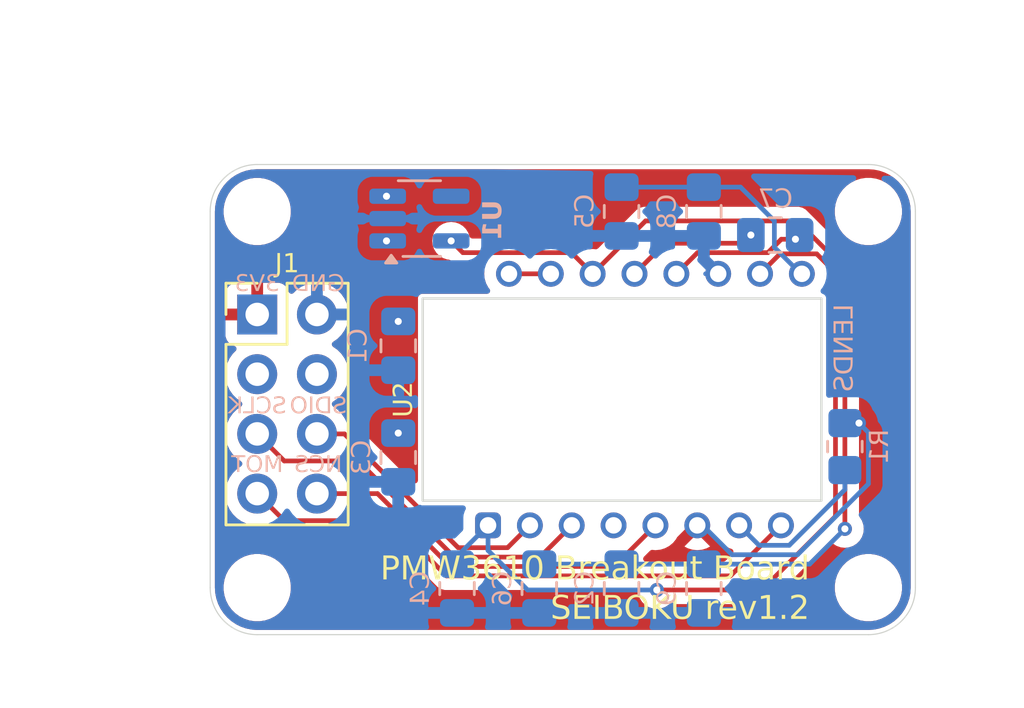
<source format=kicad_pcb>
(kicad_pcb (version 20240108) (generator "pcbnew") (generator_version "8.0")
  (title_block (title "PMW3610-SUDU Breakout") (date "2025-01-27") (rev "1.2") (company "bulblub"))
  (layers (0 "F.Cu" signal) (31 "B.Cu" signal) (34 "B.Paste" user) (35 "F.Paste" user) (36 "B.SilkS" user "B.Silkscreen") (37 "F.SilkS" user "F.Silkscreen") (38 "B.Mask" user) (39 "F.Mask" user) (44 "Edge.Cuts" user))
  (net 0 "")
  (net 1 "GND")
  (net 2 "Net-(U2-+VCSEL)")
  (net 3 "+1V9")
  (net 4 "+3V3")
  (net 5 "MOT")
  (net 6 "NCS")
  (net 7 "SCLK")
  (net 8 "Net-(U2-VCP)")
  (net 10 "Net-(U2-CP)")
  (net 11 "Net-(U2-CN)")
  (net 12 "Net-(U2-NRESET)")
  (net 14 "SDIO")
  (net 15 "Net-(U2--VCSEL)")
  (footprint "MountingHole:MountingHole_2.2mm_M2_DIN965" (layer "F.Cu") (at 160.69 88.5)
    (property "Reference" "H2" (hide yes))
    (property "Value" "MountingHole")
    (pad "" np_thru_hole circle (at 0 0) (size 2.2 2.2) (drill 2.2) (layers "*.Cu" "*.Mask"))
  )
  (footprint "seiboku-footprints:PMW3610DM-SUDU" (layer "F.Cu") (at 144.51 101.85 180)
    (property "Reference" "U2" (at 3.57 5.35 90) (layer "F.SilkS") (effects (font (size 0.8 0.8))))
    (property "Value" "PMW3610DM-SUDU")
    (fp_rect (start -14.18 1.05) (end 2.78 9.65) (stroke (width 0.1)) (fill none) (layer "Edge.Cuts"))
    (pad "1" thru_hole roundrect (at 0 0) (size 1.1 1.1) (drill 0.7) (layers "*.Cu" "*.Mask") (roundrect_rratio 0.2272727273) (net 2 "Net-(U2-+VCSEL)"))
    (pad "2" thru_hole circle (at -1.78 0) (size 1.1 1.1) (drill 0.7) (layers "*.Cu" "*.Mask") (net 14 "SDIO"))
    (pad "3" thru_hole circle (at -3.56 0) (size 1.1 1.1) (drill 0.7) (layers "*.Cu" "*.Mask") (net 7 "SCLK"))
    (pad "4" thru_hole circle (at -5.34 0) (size 1.1 1.1) (drill 0.7) (layers "*.Cu" "*.Mask"))
    (pad "5" thru_hole circle (at -7.12 0) (size 1.1 1.1) (drill 0.7) (layers "*.Cu" "*.Mask") (net 6 "NCS"))
    (pad "6" thru_hole circle (at -8.9 0) (size 1.1 1.1) (drill 0.7) (layers "*.Cu" "*.Mask") (net 4 "+3V3"))
    (pad "7" thru_hole circle (at -10.68 0) (size 1.1 1.1) (drill 0.7) (layers "*.Cu" "*.Mask") (net 12 "Net-(U2-NRESET)"))
    (pad "8" thru_hole circle (at -12.46 0) (size 1.1 1.1) (drill 0.7) (layers "*.Cu" "*.Mask") (net 5 "MOT"))
    (pad "9" thru_hole circle (at -13.35 10.7) (size 1.1 1.1) (drill 0.7) (layers "*.Cu" "*.Mask") (net 8 "Net-(U2-VCP)"))
    (pad "10" thru_hole circle (at -11.57 10.7) (size 1.1 1.1) (drill 0.7) (layers "*.Cu" "*.Mask") (net 2 "Net-(U2-+VCSEL)"))
    (pad "11" thru_hole circle (at -9.79 10.7) (size 1.1 1.1) (drill 0.7) (layers "*.Cu" "*.Mask") (net 1 "GND"))
    (pad "12" thru_hole circle (at -8.01 10.7) (size 1.1 1.1) (drill 0.7) (layers "*.Cu" "*.Mask") (net 10 "Net-(U2-CP)"))
    (pad "13" thru_hole circle (at -6.23 10.7) (size 1.1 1.1) (drill 0.7) (layers "*.Cu" "*.Mask") (net 11 "Net-(U2-CN)"))
    (pad "14" thru_hole circle (at -4.45 10.7) (size 1.1 1.1) (drill 0.7) (layers "*.Cu" "*.Mask") (net 3 "+1V9"))
    (pad "15" thru_hole circle (at -2.67 10.7) (size 1.1 1.1) (drill 0.7) (layers "*.Cu" "*.Mask") (net 15 "Net-(U2--VCSEL)"))
    (pad "16" thru_hole circle (at -0.89 10.7) (size 1.1 1.1) (drill 0.7) (layers "*.Cu" "*.Mask") (net 15 "Net-(U2--VCSEL)"))
  )
  (footprint "MountingHole:MountingHole_2.2mm_M2_DIN965" (layer "F.Cu") (at 160.69 104.5)
    (property "Reference" "H4" (hide yes))
    (property "Value" "MountingHole")
    (pad "" np_thru_hole circle (at 0 0) (size 2.2 2.2) (drill 2.2) (layers "*.Cu" "*.Mask"))
  )
  (footprint "MountingHole:MountingHole_2.2mm_M2_DIN965" (layer "F.Cu") (at 134.69 88.5)
    (property "Reference" "H1" (hide yes))
    (property "Value" "MountingHole")
    (pad "" np_thru_hole circle (at 0 0) (size 2.2 2.2) (drill 2.2) (layers "*.Cu" "*.Mask"))
  )
  (footprint "MountingHole:MountingHole_2.2mm_M2_DIN965" (layer "F.Cu") (at 134.69 104.5)
    (property "Reference" "H3" (hide yes))
    (property "Value" "MountingHole")
    (pad "" np_thru_hole circle (at 0 0) (size 2.2 2.2) (drill 2.2) (layers "*.Cu" "*.Mask"))
  )
  (footprint "Connector_PinHeader_2.54mm:PinHeader_2x04_P2.54mm_Vertical" (layer "F.Cu") (at 134.69 92.88)
    (property "Reference" "J1" (at 1.27 -2.13 0) (layer "F.SilkS") (effects (font (size 0.8 0.8))))
    (property "Value" "Conn_02x04_Odd_Even")
    (fp_line (start -1.33 -1.33) (end 0 -1.33) (stroke (width 0.12)) (layer "F.SilkS"))
    (fp_line (start -1.33 0) (end -1.33 -1.33) (stroke (width 0.12)) (layer "F.SilkS"))
    (fp_line (start -1.33 1.27) (end -1.33 8.95) (stroke (width 0.12)) (layer "F.SilkS"))
    (fp_line (start -1.33 1.27) (end 1.27 1.27) (stroke (width 0.12)) (layer "F.SilkS"))
    (fp_line (start -1.33 8.95) (end 3.87 8.95) (stroke (width 0.12)) (layer "F.SilkS"))
    (fp_line (start 1.27 -1.33) (end 3.87 -1.33) (stroke (width 0.12)) (layer "F.SilkS"))
    (fp_line (start 1.27 1.27) (end 1.27 -1.33) (stroke (width 0.12)) (layer "F.SilkS"))
    (fp_line (start 3.87 -1.33) (end 3.87 8.95) (stroke (width 0.12)) (layer "F.SilkS"))
    (pad "1" thru_hole rect (at 0 0) (size 1.7 1.7) (drill 1) (layers "*.Cu" "*.Mask") (net 4 "+3V3"))
    (pad "2" thru_hole oval (at 2.54 0) (size 1.7 1.7) (drill 1) (layers "*.Cu" "*.Mask") (net 1 "GND"))
    (pad "3" thru_hole oval (at 0 2.54) (size 1.7 1.7) (drill 1) (layers "*.Cu" "*.Mask"))
    (pad "4" thru_hole oval (at 2.54 2.54) (size 1.7 1.7) (drill 1) (layers "*.Cu" "*.Mask"))
    (pad "5" thru_hole oval (at 0 5.08) (size 1.7 1.7) (drill 1) (layers "*.Cu" "*.Mask") (net 7 "SCLK"))
    (pad "6" thru_hole oval (at 2.54 5.08) (size 1.7 1.7) (drill 1) (layers "*.Cu" "*.Mask") (net 14 "SDIO"))
    (pad "7" thru_hole oval (at 0 7.62) (size 1.7 1.7) (drill 1) (layers "*.Cu" "*.Mask") (net 5 "MOT"))
    (pad "8" thru_hole oval (at 2.54 7.62) (size 1.7 1.7) (drill 1) (layers "*.Cu" "*.Mask") (net 6 "NCS"))
  )
  (footprint "Package_TO_SOT_SMD:SOT-23-5_HandSoldering" (layer "B.Cu") (at 141.59 88.8)
    (property "Reference" "U1" (at 3.15 0.05 90) (layer "B.SilkS") (effects (font (size 0.8 0.8) (thickness 0.15) (bold yes)) (justify mirror)))
    (property "Value" "TLV70019DDCR")
    (fp_line (start -0.7 1.61) (end 0.1 1.61) (stroke (width 0.12)) (layer "B.SilkS"))
    (fp_line (start 0.9 -1.61) (end -0.9 -1.61) (stroke (width 0.12)) (layer "B.SilkS"))
    (fp_line (start 0.9 1.61) (end 0.1 1.61) (stroke (width 0.12)) (layer "B.SilkS"))
    (fp_poly (pts (xy -1.2 1.56) (xy -1.44 1.89) (xy -0.96 1.89) (xy -1.2 1.56)) (stroke (width 0.12)) (fill solid) (layer "B.SilkS"))
    (pad "1" smd roundrect (at -1.35 0.95) (size 1.56 0.65) (layers "B.Cu" "B.Paste" "B.Mask") (net 4 "+3V3"))
    (pad "2" smd roundrect (at -1.35 0) (size 1.56 0.65) (layers "B.Cu" "B.Paste" "B.Mask") (net 1 "GND"))
    (pad "3" smd roundrect (at -1.35 -0.95) (size 1.56 0.65) (layers "B.Cu" "B.Paste" "B.Mask") (net 4 "+3V3"))
    (pad "4" smd roundrect (at 1.35 -0.95) (size 1.56 0.65) (layers "B.Cu" "B.Paste" "B.Mask"))
    (pad "5" smd roundrect (at 1.35 0.95) (size 1.56 0.65) (layers "B.Cu" "B.Paste" "B.Mask") (net 3 "+1V9"))
  )
  (footprint "Capacitor_SMD:C_0805_2012Metric_Pad1.18x1.45mm_HandSolder" (layer "B.Cu") (at 140.69 98.9625 -90)
    (property "Reference" "C3" (at 0 1.53 90) (layer "B.SilkS") (effects (font (size 0.8 0.8)) (justify mirror)))
    (property "Value" "0.1uF X7R")
    (fp_line (start 0.261252 0.735) (end -0.261252 0.735) (stroke (width 0.12)) (layer "B.SilkS"))
    (fp_line (start 0.261252 -0.735) (end -0.261252 -0.735) (stroke (width 0.12)) (layer "B.SilkS"))
    (pad "1" smd roundrect (at -1.0375 0 270) (size 1.175 1.45) (layers "B.Cu" "B.Paste" "B.Mask") (roundrect_rratio 0.212766) (net 4 "+3V3"))
    (pad "2" smd roundrect (at 1.0375 0 270) (size 1.175 1.45) (layers "B.Cu" "B.Paste" "B.Mask") (roundrect_rratio 0.212766) (net 1 "GND"))
  )
  (footprint "Capacitor_SMD:C_0805_2012Metric_Pad1.18x1.45mm_HandSolder" (layer "B.Cu") (at 153.69 88.5 -90)
    (property "Reference" "C8" (at 0 1.53 90) (layer "B.SilkS") (effects (font (size 0.8 0.8)) (justify mirror)))
    (property "Value" "0.01uF X7R")
    (fp_line (start 0.261252 0.735) (end -0.261252 0.735) (stroke (width 0.12)) (layer "B.SilkS"))
    (fp_line (start 0.261252 -0.735) (end -0.261252 -0.735) (stroke (width 0.12)) (layer "B.SilkS"))
    (pad "1" smd roundrect (at -1.0375 0 270) (size 1.175 1.45) (layers "B.Cu" "B.Paste" "B.Mask") (roundrect_rratio 0.212766) (net 8 "Net-(U2-VCP)"))
    (pad "2" smd roundrect (at 1.0375 0 270) (size 1.175 1.45) (layers "B.Cu" "B.Paste" "B.Mask") (roundrect_rratio 0.212766) (net 1 "GND"))
  )
  (footprint "Capacitor_SMD:C_0805_2012Metric_Pad1.18x1.45mm_HandSolder" (layer "B.Cu") (at 146.69 104.5375 -90)
    (property "Reference" "C6" (at 0 1.53 90) (layer "B.SilkS") (effects (font (size 0.8 0.8)) (justify mirror)))
    (property "Value" "0.1uF X7R")
    (fp_line (start 0.261252 0.735) (end -0.261252 0.735) (stroke (width 0.12)) (layer "B.SilkS"))
    (fp_line (start 0.261252 -0.735) (end -0.261252 -0.735) (stroke (width 0.12)) (layer "B.SilkS"))
    (pad "1" smd roundrect (at -1.0375 0 270) (size 1.175 1.45) (layers "B.Cu" "B.Paste" "B.Mask") (roundrect_rratio 0.212766) (net 3 "+1V9"))
    (pad "2" smd roundrect (at 1.0375 0 270) (size 1.175 1.45) (layers "B.Cu" "B.Paste" "B.Mask") (roundrect_rratio 0.212766) (net 1 "GND"))
  )
  (footprint "Capacitor_SMD:C_0805_2012Metric_Pad1.18x1.45mm_HandSolder" (layer "B.Cu") (at 150.19 88.5 -90)
    (property "Reference" "C5" (at 0 1.53 90) (layer "B.SilkS") (effects (font (size 0.8 0.8)) (justify mirror)))
    (property "Value" "10uF X7R")
    (fp_line (start 0.261252 0.735) (end -0.261252 0.735) (stroke (width 0.12)) (layer "B.SilkS"))
    (fp_line (start 0.261252 -0.735) (end -0.261252 -0.735) (stroke (width 0.12)) (layer "B.SilkS"))
    (pad "1" smd roundrect (at -1.0375 0 270) (size 1.175 1.45) (layers "B.Cu" "B.Paste" "B.Mask") (roundrect_rratio 0.212766) (net 8 "Net-(U2-VCP)"))
    (pad "2" smd roundrect (at 1.0375 0 270) (size 1.175 1.45) (layers "B.Cu" "B.Paste" "B.Mask") (roundrect_rratio 0.212766) (net 1 "GND"))
  )
  (footprint "Capacitor_SMD:C_0805_2012Metric_Pad1.18x1.45mm_HandSolder" (layer "B.Cu") (at 156.7275 89.5)
    (property "Reference" "C7" (at 0 -1.5 0) (layer "B.SilkS") (effects (font (size 0.8 0.8)) (justify mirror)))
    (property "Value" "0.1uF X7R")
    (fp_line (start 0.261252 -0.735) (end -0.261252 -0.735) (stroke (width 0.12)) (layer "B.SilkS"))
    (fp_line (start 0.261252 0.735) (end -0.261252 0.735) (stroke (width 0.12)) (layer "B.SilkS"))
    (pad "1" smd roundrect (at -1.0375 0) (size 1.175 1.45) (layers "B.Cu" "B.Paste" "B.Mask") (roundrect_rratio 0.212766) (net 11 "Net-(U2-CN)"))
    (pad "2" smd roundrect (at 1.0375 0) (size 1.175 1.45) (layers "B.Cu" "B.Paste" "B.Mask") (roundrect_rratio 0.212766) (net 10 "Net-(U2-CP)"))
  )
  (footprint "Capacitor_SMD:C_0805_2012Metric_Pad1.18x1.45mm_HandSolder" (layer "B.Cu") (at 150.19 104.5375 -90)
    (property "Reference" "C2" (at 0 1.53 90) (layer "B.SilkS") (effects (font (size 0.8 0.8)) (justify mirror)))
    (property "Value" "1uF")
    (fp_line (start 0.261252 0.735) (end -0.261252 0.735) (stroke (width 0.12)) (layer "B.SilkS"))
    (fp_line (start 0.261252 -0.735) (end -0.261252 -0.735) (stroke (width 0.12)) (layer "B.SilkS"))
    (pad "1" smd roundrect (at -1.0375 0 270) (size 1.175 1.45) (layers "B.Cu" "B.Paste" "B.Mask") (roundrect_rratio 0.212766) (net 3 "+1V9"))
    (pad "2" smd roundrect (at 1.0375 0 270) (size 1.175 1.45) (layers "B.Cu" "B.Paste" "B.Mask") (roundrect_rratio 0.212766) (net 1 "GND"))
  )
  (footprint "Capacitor_SMD:C_0805_2012Metric_Pad1.18x1.45mm_HandSolder" (layer "B.Cu") (at 153.69 104.5375 -90)
    (property "Reference" "C9" (at 0 1.53 90) (layer "B.SilkS") (effects (font (size 0.8 0.8)) (justify mirror)))
    (property "Value" "3.3uF/16V")
    (fp_line (start 0.261252 0.735) (end -0.261252 0.735) (stroke (width 0.12)) (layer "B.SilkS"))
    (fp_line (start 0.261252 -0.735) (end -0.261252 -0.735) (stroke (width 0.12)) (layer "B.SilkS"))
    (pad "1" smd roundrect (at -1.0375 0 270) (size 1.175 1.45) (layers "B.Cu" "B.Paste" "B.Mask") (roundrect_rratio 0.212766) (net 3 "+1V9"))
    (pad "2" smd roundrect (at 1.0375 0 270) (size 1.175 1.45) (layers "B.Cu" "B.Paste" "B.Mask") (roundrect_rratio 0.212766) (net 1 "GND"))
  )
  (footprint "Capacitor_SMD:C_0805_2012Metric_Pad1.18x1.45mm_HandSolder" (layer "B.Cu") (at 143.19 104.5375 -90)
    (property "Reference" "C4" (at 0 1.53 90) (layer "B.SilkS") (effects (font (size 0.8 0.8)) (justify mirror)))
    (property "Value" "0.01uF X7R")
    (fp_line (start 0.261252 0.735) (end -0.261252 0.735) (stroke (width 0.12)) (layer "B.SilkS"))
    (fp_line (start 0.261252 -0.735) (end -0.261252 -0.735) (stroke (width 0.12)) (layer "B.SilkS"))
    (pad "1" smd roundrect (at -1.0375 0 270) (size 1.175 1.45) (layers "B.Cu" "B.Paste" "B.Mask") (roundrect_rratio 0.212766) (net 2 "Net-(U2-+VCSEL)"))
    (pad "2" smd roundrect (at 1.0375 0 270) (size 1.175 1.45) (layers "B.Cu" "B.Paste" "B.Mask") (roundrect_rratio 0.212766) (net 1 "GND"))
  )
  (footprint "Capacitor_SMD:C_0805_2012Metric_Pad1.18x1.45mm_HandSolder" (layer "B.Cu") (at 140.69 94.2125 -90)
    (property "Reference" "C1" (at 0 1.68 90) (layer "B.SilkS") (effects (font (size 0.8 0.8)) (justify mirror)))
    (property "Value" "0.1uF X7R")
    (fp_line (start 0.261252 0.735) (end -0.261252 0.735) (stroke (width 0.12)) (layer "B.SilkS"))
    (fp_line (start 0.261252 -0.735) (end -0.261252 -0.735) (stroke (width 0.12)) (layer "B.SilkS"))
    (pad "1" smd roundrect (at -1.0375 0 270) (size 1.175 1.45) (layers "B.Cu" "B.Paste" "B.Mask") (roundrect_rratio 0.212766) (net 4 "+3V3"))
    (pad "2" smd roundrect (at 1.0375 0 270) (size 1.175 1.45) (layers "B.Cu" "B.Paste" "B.Mask") (roundrect_rratio 0.212766) (net 1 "GND"))
  )
  (footprint "Resistor_SMD:R_0805_2012Metric_Pad1.20x1.40mm_HandSolder" (layer "B.Cu") (at 159.69 98.5 90)
    (property "Reference" "R1" (at 0 1.5 90) (layer "B.SilkS") (effects (font (size 0.8 0.8)) (justify mirror)))
    (property "Value" "10k")
    (fp_line (start 0.227064 -0.735) (end -0.227064 -0.735) (stroke (width 0.12)) (layer "B.SilkS"))
    (fp_line (start 0.227064 0.735) (end -0.227064 0.735) (stroke (width 0.12)) (layer "B.SilkS"))
    (pad "1" smd roundrect (at -1 0 90) (size 1.2 1.4) (layers "B.Cu" "B.Paste" "B.Mask") (roundrect_rratio 0.208333) (net 12 "Net-(U2-NRESET)"))
    (pad "2" smd roundrect (at 1 0 90) (size 1.2 1.4) (layers "B.Cu" "B.Paste" "B.Mask") (roundrect_rratio 0.208333) (net 4 "+3V3"))
  )
  (gr_line (start 132.69 104.5) (end 132.69 88.5) (stroke (width 0.05)) (layer "Edge.Cuts"))
  (gr_arc (start 162.69 104.5) (mid 162.104214 105.914214) (end 160.69 106.5) (stroke (width 0.05)) (layer "Edge.Cuts"))
  (gr_line (start 162.69 88.5) (end 162.69 104.5) (stroke (width 0.05)) (layer "Edge.Cuts"))
  (gr_line (start 134.69 86.5) (end 160.69 86.5) (stroke (width 0.05)) (layer "Edge.Cuts"))
  (gr_arc (start 132.69 88.5) (mid 133.275786 87.085786) (end 134.69 86.5) (stroke (width 0.05)) (layer "Edge.Cuts"))
  (gr_arc (start 134.69 106.5) (mid 133.275786 105.914214) (end 132.69 104.5) (stroke (width 0.05)) (layer "Edge.Cuts"))
  (gr_arc (start 160.69 86.5) (mid 162.104214 87.085786) (end 162.69 88.5) (stroke (width 0.05)) (layer "Edge.Cuts"))
  (gr_line (start 160.69 106.5) (end 134.69 106.5) (stroke (width 0.05)) (layer "Edge.Cuts"))
  (gr_text "GND" (at 137.29 92 0) (layer "B.SilkS") (effects (font (size 0.7 0.7) (thickness 0.1)) (justify bottom mirror)))
  (gr_text "MOT" (at 134.69 99.7 0) (layer "B.SilkS") (effects (font (size 0.7 0.7) (thickness 0.1)) (justify bottom mirror)))
  (gr_text "SCLK" (at 134.69 97.2 0) (layer "B.SilkS") (effects (font (size 0.7 0.7) (thickness 0.1)) (justify bottom mirror)))
  (gr_text "3V3" (at 134.69 92 0) (layer "B.SilkS") (effects (font (size 0.7 0.7) (thickness 0.1)) (justify bottom mirror)))
  (gr_text "SDIO" (at 137.29 97.2 0) (layer "B.SilkS") (effects (font (size 0.7 0.7) (thickness 0.1)) (justify bottom mirror)))
  (gr_text "NCS" (at 137.29 99.7 0) (layer "B.SilkS") (effects (font (size 0.7 0.7) (thickness 0.1)) (justify bottom mirror)))
  (gr_text "LENDS" (at 159.69 94.3 90) (layer "B.SilkS") (effects (font (size 0.8 0.8)) (justify mirror)))
  (gr_text "PMW3610 Breakout Board\nSEIBOKU rev1.2" (at 158.19 106 0) (layer "F.SilkS") (effects (font (size 1 1) (thickness 0.1)) (justify right bottom)))
  (segment (start 153.69 89.5375) (end 153.69 90.54) (width 0.2) (layer "B.Cu") (net 1))
  (segment (start 153.69 105.575) (end 143.19 105.575) (width 0.2) (layer "B.Cu") (net 1))
  (segment (start 154.3 91.15) (end 153.765 91.15) (width 0.2) (layer "B.Cu") (net 1))
  (segment (start 153.69 90.54) (end 154.3 91.15) (width 0.2) (layer "B.Cu") (net 1))
  (segment (start 150.19 89.5375) (end 153.69 89.5375) (width 0.2) (layer "B.Cu") (net 1))
  (segment (start 156.93 90.3) (end 156.08 91.15) (width 0.2) (layer "F.Cu") (net 2))
  (segment (start 151.69 104.6) (end 156.155686 104.6) (width 0.2) (layer "F.Cu") (net 2))
  (segment (start 159.29 101.465686) (end 159.29 91.1) (width 0.2) (layer "F.Cu") (net 2))
  (segment (start 159.29 91.1) (end 158.49 90.3) (width 0.2) (layer "F.Cu") (net 2))
  (segment (start 158.49 90.3) (end 156.93 90.3) (width 0.2) (layer "F.Cu") (net 2))
  (segment (start 156.155686 104.6) (end 159.29 101.465686) (width 0.2) (layer "F.Cu") (net 2))
  (via (at 151.69 104.6) (size 0.6) (drill 0.3) (layers "F.Cu" "B.Cu") (net 2))
  (segment (start 143.19 103.17) (end 144.51 101.85) (width 0.2) (layer "B.Cu") (net 2))
  (segment (start 143.19 103.5) (end 143.19 103.17) (width 0.2) (layer "B.Cu") (net 2))
  (segment (start 144.51 101.85) (end 144.51 102.917244) (width 0.2) (layer "B.Cu") (net 2))
  (segment (start 146.192756 104.6) (end 151.69 104.6) (width 0.2) (layer "B.Cu") (net 2))
  (segment (start 144.51 102.917244) (end 146.192756 104.6) (width 0.2) (layer "B.Cu") (net 2))
  (segment (start 157.655686 88.9) (end 151.21 88.9) (width 0.2) (layer "F.Cu") (net 3))
  (segment (start 151.21 88.9) (end 148.96 91.15) (width 0.2) (layer "F.Cu") (net 3))
  (segment (start 159.69 90.934314) (end 157.655686 88.9) (width 0.2) (layer "F.Cu") (net 3))
  (segment (start 142.94 89.75) (end 143.44 90.25) (width 0.2) (layer "F.Cu") (net 3))
  (segment (start 148.06 90.25) (end 148.96 91.15) (width 0.2) (layer "F.Cu") (net 3))
  (segment (start 143.44 90.25) (end 148.06 90.25) (width 0.2) (layer "F.Cu") (net 3))
  (segment (start 159.69 102) (end 159.69 90.934314) (width 0.2) (layer "F.Cu") (net 3))
  (via (at 142.94 89.75) (size 0.6) (drill 0.3) (layers "F.Cu" "B.Cu") (net 3))
  (via (at 159.69 102) (size 0.6) (drill 0.3) (layers "F.Cu" "B.Cu") (net 3))
  (segment (start 146.69 103.5) (end 153.69 103.5) (width 0.2) (layer "B.Cu") (net 3))
  (segment (start 159.69 102) (end 158.19 103.5) (width 0.2) (layer "B.Cu") (net 3))
  (segment (start 158.19 103.5) (end 153.69 103.5) (width 0.2) (layer "B.Cu") (net 3))
  (via (at 140.69 97.925) (size 0.6) (drill 0.3) (layers "F.Cu" "B.Cu") (net 4))
  (via (at 140.19 89.75) (size 0.6) (drill 0.3) (layers "F.Cu" "B.Cu") (net 4))
  (via (at 140.19 87.85) (size 0.6) (drill 0.3) (layers "F.Cu" "B.Cu") (net 4))
  (via (at 160.29 97.5) (size 0.6) (drill 0.3) (layers "F.Cu" "B.Cu") (net 4))
  (via (at 140.69 93.175) (size 0.6) (drill 0.3) (layers "F.Cu" "B.Cu") (net 4))
  (segment (start 160.29 97.5) (end 160.69 97.9) (width 0.2) (layer "B.Cu") (net 4))
  (segment (start 160.69 97.9) (end 160.69 100.084744) (width 0.2) (layer "B.Cu") (net 4))
  (segment (start 157.674744 103.1) (end 154.887244 103.1) (width 0.2) (layer "B.Cu") (net 4))
  (segment (start 154.887244 103.1) (end 153.637244 101.85) (width 0.2) (layer "B.Cu") (net 4))
  (segment (start 153.637244 101.85) (end 153.41 101.85) (width 0.2) (layer "B.Cu") (net 4))
  (segment (start 160.69 100.084744) (end 157.674744 103.1) (width 0.2) (layer "B.Cu") (net 4))
  (segment (start 154.82 104) (end 142.742942 104) (width 0.2) (layer "F.Cu") (net 5))
  (segment (start 156.97 101.85) (end 154.82 104) (width 0.2) (layer "F.Cu") (net 5))
  (segment (start 142.742942 104) (end 140.392942 101.65) (width 0.2) (layer "F.Cu") (net 5))
  (segment (start 135.84 101.65) (end 134.69 100.5) (width 0.2) (layer "F.Cu") (net 5))
  (segment (start 140.392942 101.65) (end 135.84 101.65) (width 0.2) (layer "F.Cu") (net 5))
  (segment (start 149.88 103.6) (end 151.63 101.85) (width 0.2) (layer "F.Cu") (net 6))
  (segment (start 137.23 100.5) (end 139.808628 100.5) (width 0.2) (layer "F.Cu") (net 6))
  (segment (start 139.808628 100.5) (end 142.908628 103.6) (width 0.2) (layer "F.Cu") (net 6))
  (segment (start 142.908628 103.6) (end 149.88 103.6) (width 0.2) (layer "F.Cu") (net 6))
  (segment (start 135.84 99.11) (end 134.69 97.96) (width 0.2) (layer "F.Cu") (net 7))
  (segment (start 138.984314 99.11) (end 135.84 99.11) (width 0.2) (layer "F.Cu") (net 7))
  (segment (start 143.074314 103.2) (end 138.984314 99.11) (width 0.2) (layer "F.Cu") (net 7))
  (segment (start 146.72 103.2) (end 143.074314 103.2) (width 0.2) (layer "F.Cu") (net 7))
  (segment (start 148.07 101.85) (end 146.72 103.2) (width 0.2) (layer "F.Cu") (net 7))
  (segment (start 153.69 87.4625) (end 155.249744 87.4625) (width 0.2) (layer "B.Cu") (net 8))
  (segment (start 155.249744 87.4625) (end 156.69 88.902756) (width 0.2) (layer "B.Cu") (net 8))
  (segment (start 156.69 90.022244) (end 157.817756 91.15) (width 0.2) (layer "B.Cu") (net 8))
  (segment (start 150.19 87.4625) (end 153.69 87.4625) (width 0.2) (layer "B.Cu") (net 8))
  (segment (start 156.69 88.902756) (end 156.69 90.022244) (width 0.2) (layer "B.Cu") (net 8))
  (segment (start 157.817756 91.15) (end 157.86 91.15) (width 0.2) (layer "B.Cu") (net 8))
  (segment (start 153.42 90.25) (end 156.414314 90.25) (width 0.2) (layer "F.Cu") (net 10))
  (segment (start 156.414314 90.25) (end 156.985392 89.678922) (width 0.2) (layer "F.Cu") (net 10))
  (segment (start 152.52 91.15) (end 153.42 90.25) (width 0.2) (layer "F.Cu") (net 10))
  (segment (start 156.985392 89.678922) (end 157.586078 89.678922) (width 0.2) (layer "F.Cu") (net 10))
  (via (at 157.586078 89.678922) (size 0.6) (drill 0.3) (layers "F.Cu" "B.Cu") (net 10))
  (segment (start 155.34 89.85) (end 155.69 89.5) (width 0.2) (layer "F.Cu") (net 11))
  (segment (start 152.04 89.85) (end 155.34 89.85) (width 0.2) (layer "F.Cu") (net 11))
  (segment (start 150.74 91.15) (end 152.04 89.85) (width 0.2) (layer "F.Cu") (net 11))
  (via (at 155.69 89.5) (size 0.6) (drill 0.3) (layers "F.Cu" "B.Cu") (net 11))
  (segment (start 159.69 99.5) (end 159.69 100.332082) (width 0.2) (layer "B.Cu") (net 12))
  (segment (start 157.322082 102.7) (end 156.04 102.7) (width 0.2) (layer "B.Cu") (net 12))
  (segment (start 156.04 102.7) (end 155.19 101.85) (width 0.2) (layer "B.Cu") (net 12))
  (segment (start 159.69 100.332082) (end 157.322082 102.7) (width 0.2) (layer "B.Cu") (net 12))
  (segment (start 145.34 102.8) (end 146.29 101.85) (width 0.2) (layer "F.Cu") (net 14))
  (segment (start 137.23 97.96) (end 138.4 97.96) (width 0.2) (layer "F.Cu") (net 14))
  (segment (start 138.4 97.96) (end 143.24 102.8) (width 0.2) (layer "F.Cu") (net 14))
  (segment (start 143.24 102.8) (end 145.34 102.8) (width 0.2) (layer "F.Cu") (net 14))
  (segment (start 145.4 91.15) (end 147.18 91.15) (width 0.2) (layer "F.Cu") (net 15))
  (zone (net 4) (net_name "+3V3") (layer "F.Cu") (priority 1) (connect_pads (clearance 0.5)) (min_thickness 0.25) (fill yes (thermal_gap 0.5) (thermal_bridge_width 0.5))
    (polygon (pts (xy 132.69 86.5) (xy 132.69 106.5) (xy 162.69 106.5) (xy 162.69 86.5)))
  )
  (zone (net 1) (net_name "GND") (layer "B.Cu") (connect_pads (clearance 0.5)) (min_thickness 0.25) (fill yes (thermal_gap 0.5) (thermal_bridge_width 0.5))
    (polygon (pts (xy 132.69 86.5) (xy 132.69 106.5) (xy 162.69 107) (xy 162.69 87)))
  )
)
</source>
